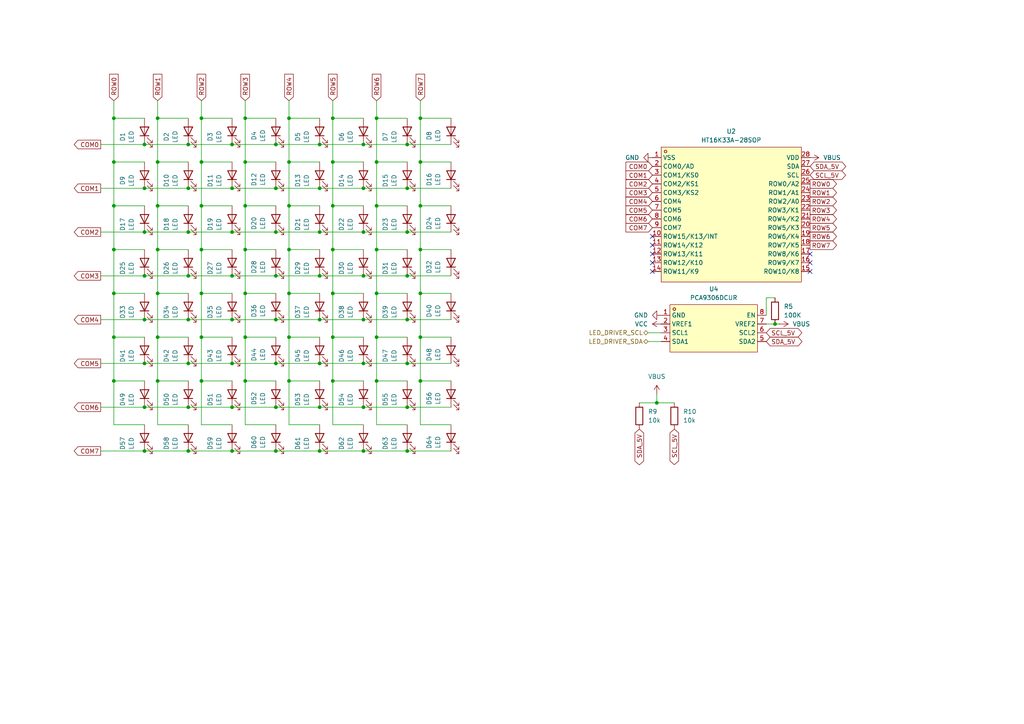
<source format=kicad_sch>
(kicad_sch (version 20250114) (generator "eeschema") (generator_version "9.0")
  (paper "A4")
  (lib_symbols
    (symbol "Device:LED" (pin_numbers (hide yes)) (pin_names (offset 1.016) (hide yes))
      (property "Reference" "D" (at 0 2.54 0))
      (property "Value" "LED" (at 0 -2.54 0))
      (symbol "LED_0_1"
        (polyline (pts (xy -3.048 -0.762) (xy -4.572 -2.286) (xy -3.81 -2.286) (xy -4.572 -2.286) (xy -4.572 -1.524)))
        (polyline (pts (xy -1.778 -0.762) (xy -3.302 -2.286) (xy -2.54 -2.286) (xy -3.302 -2.286) (xy -3.302 -1.524)))
        (polyline (pts (xy -1.27 0) (xy 1.27 0)))
        (polyline (pts (xy -1.27 -1.27) (xy -1.27 1.27)) (stroke (width 0.254)))
        (polyline (pts (xy 1.27 -1.27) (xy 1.27 1.27) (xy -1.27 0) (xy 1.27 -1.27)) (stroke (width 0.254)))
      )
      (symbol "LED_1_1"
        (pin passive line (at -3.81 0 0) (length 2.54) (name "K") (number "1"))
        (pin passive line (at 3.81 0 180) (length 2.54) (name "A") (number "2"))
      )
    )
    (symbol "Device:R" (pin_numbers (hide yes)) (pin_names (offset 0))
      (property "Reference" "R" (at 2.032 0 90))
      (property "Value" "R" (at 0 0 90))
      (symbol "R_0_1"
        (rectangle (start -1.016 -2.54) (end 1.016 2.54) (stroke (width 0.254)))
      )
      (symbol "R_1_1"
        (pin passive line (at 0 3.81 270) (length 1.27) (name "~") (number "1"))
        (pin passive line (at 0 -3.81 90) (length 1.27) (name "~") (number "2"))
      )
    )
    (symbol "EasyEDA:HT16K33A-28SOP"
      (property "Reference" "U2" (at 0 25.4 0))
      (property "Value" "HT16K33A-28SOP" (at 0 22.86 0))
      (symbol "HT16K33A-28SOP_0_1"
        (rectangle (start -20.32 20.83) (end 20.32 -18.29) (fill (type background)))
        (circle (center -19.05 19.56) (radius 0.38))
        (circle (center -19.05 19.56) (radius 0.38))
        (pin output line (at -22.86 12.7 0) (length 2.54) (name "COM1/KS0") (number "3"))
        (pin output line (at -22.86 10.16 0) (length 2.54) (name "COM2/KS1") (number "4"))
        (pin output line (at -22.86 7.62 0) (length 2.54) (name "COM3/KS2") (number "5"))
        (pin output line (at -22.86 5.08 0) (length 2.54) (name "COM4") (number "6"))
        (pin output line (at -22.86 2.54 0) (length 2.54) (name "COM5") (number "7"))
        (pin output line (at -22.86 0 0) (length 2.54) (name "COM6") (number "8"))
        (pin output line (at -22.86 -2.54 0) (length 2.54) (name "COM7") (number "9"))
        (pin output line (at -22.86 -5.08 0) (length 2.54) (name "ROW15/K13/INT") (number "10"))
        (pin output line (at -22.86 -7.62 0) (length 2.54) (name "ROW14/K12") (number "11"))
        (pin output line (at -22.86 -10.16 0) (length 2.54) (name "ROW13/K11") (number "12"))
        (pin output line (at -22.86 -12.7 0) (length 2.54) (name "ROW12/K10") (number "13"))
        (pin output line (at -22.86 -15.24 0) (length 2.54) (name "ROW11/K9") (number "14"))
        (pin bidirectional line (at 22.86 15.24 180) (length 2.54) (name "SDA") (number "27"))
        (pin bidirectional line (at 22.86 12.7 180) (length 2.54) (name "SCL") (number "26"))
        (pin output line (at 22.86 10.16 180) (length 2.54) (name "ROW0/A2") (number "25"))
        (pin output line (at 22.86 7.62 180) (length 2.54) (name "ROW1/A1") (number "24"))
        (pin output line (at 22.86 5.08 180) (length 2.54) (name "ROW2/A0") (number "23"))
        (pin output line (at 22.86 2.54 180) (length 2.54) (name "ROW3/K1") (number "22"))
        (pin output line (at 22.86 0 180) (length 2.54) (name "ROW4/K2") (number "21"))
        (pin output line (at 22.86 -2.54 180) (length 2.54) (name "ROW5/K3") (number "20"))
        (pin output line (at 22.86 -5.08 180) (length 2.54) (name "ROW6/K4") (number "19"))
        (pin output line (at 22.86 -7.62 180) (length 2.54) (name "ROW7/K5") (number "18"))
        (pin output line (at 22.86 -10.16 180) (length 2.54) (name "ROW8/K6") (number "17"))
        (pin output line (at 22.86 -12.7 180) (length 2.54) (name "ROW9/K7") (number "16"))
        (pin output line (at 22.86 -15.24 180) (length 2.54) (name "ROW10/K8") (number "15"))
      )
      (symbol "HT16K33A-28SOP_1_1"
        (pin power_in line (at -22.86 17.78 0) (length 2.54) (name "VSS") (number "1"))
        (pin output line (at -22.86 15.24 0) (length 2.54) (name "COM0/AD") (number "2"))
        (pin power_in line (at 22.86 17.78 180) (length 2.54) (name "VDD") (number "28"))
      )
    )
    (symbol "hackeriot_2025:PCA9306DCUR"
      (property "Reference" "U4" (at 0 11.43 0))
      (property "Value" "PCA9306DCUR" (at 0 8.89 0))
      (symbol "PCA9306DCUR_0_1"
        (rectangle (start -12.7 6.86) (end 12.7 -6.86) (fill (type background)))
        (circle (center -11.43 5.59) (radius 0.38))
        (circle (center -11.43 5.59) (radius 0.38))
        (pin power_in line (at -15.24 3.81 0) (length 2.54) (name "GND") (number "1"))
        (pin power_in line (at -15.24 1.27 0) (length 2.54) (name "VREF1") (number "2"))
        (pin bidirectional line (at -15.24 -1.27 0) (length 2.54) (name "SCL1") (number "3"))
        (pin bidirectional line (at -15.24 -3.81 0) (length 2.54) (name "SDA1") (number "4"))
        (pin input line (at 15.24 3.81 180) (length 2.54) (name "EN") (number "8"))
        (pin bidirectional line (at 15.24 -1.27 180) (length 2.54) (name "SCL2") (number "6"))
        (pin bidirectional line (at 15.24 -3.81 180) (length 2.54) (name "SDA2") (number "5"))
      )
      (symbol "PCA9306DCUR_1_1"
        (pin power_in line (at 15.24 1.27 180) (length 2.54) (name "VREF2") (number "7"))
      )
    )
    (symbol "power:GND" (power) (pin_numbers (hide yes)) (pin_names (offset 0) (hide yes))
      (property "Value" "GND" (at 0 -3.81 0))
      (symbol "GND_0_1"
        (polyline (pts (xy 0 0) (xy 0 -1.27) (xy 1.27 -1.27) (xy 0 -2.54) (xy -1.27 -1.27) (xy 0 -1.27)))
      )
      (symbol "GND_1_1"
        (pin power_in line (at 0 0 270) (length 0) (name "~") (number "1"))
      )
    )
    (symbol "power:VBUS" (power) (pin_numbers (hide yes)) (pin_names (offset 0) (hide yes))
      (property "Value" "VBUS" (at 0 3.556 0))
      (symbol "VBUS_0_1"
        (polyline (pts (xy -0.762 1.27) (xy 0 2.54)))
        (polyline (pts (xy 0 2.54) (xy 0.762 1.27)))
        (polyline (pts (xy 0 0) (xy 0 2.54)))
      )
      (symbol "VBUS_1_1"
        (pin power_in line (at 0 0 90) (length 0) (name "~") (number "1"))
      )
    )
    (symbol "power:VCC" (power) (pin_numbers (hide yes)) (pin_names (offset 0) (hide yes))
      (property "Value" "VCC" (at 0 3.556 0))
      (symbol "VCC_0_1"
        (polyline (pts (xy -0.762 1.27) (xy 0 2.54)))
        (polyline (pts (xy 0 2.54) (xy 0.762 1.27)))
        (polyline (pts (xy 0 0) (xy 0 2.54)))
      )
      (symbol "VCC_1_1"
        (pin power_in line (at 0 0 90) (length 0) (name "~") (number "1"))
      )
    )
  )
  (junction (at 96.52 110.49))
  (junction (at 121.92 85.09))
  (junction (at 33.02 72.39))
  (junction (at 224.79 93.98))
  (junction (at 67.31 92.71))
  (junction (at 96.52 46.99))
  (junction (at 105.41 67.31))
  (junction (at 58.42 97.79))
  (junction (at 121.92 72.39))
  (junction (at 109.22 110.49))
  (junction (at 118.11 118.11))
  (junction (at 45.72 59.69))
  (junction (at 33.02 97.79))
  (junction (at 71.12 34.29))
  (junction (at 80.01 92.71))
  (junction (at 96.52 72.39))
  (junction (at 105.41 130.81))
  (junction (at 109.22 34.29))
  (junction (at 41.91 118.11))
  (junction (at 41.91 41.91))
  (junction (at 83.82 72.39))
  (junction (at 71.12 72.39))
  (junction (at 92.71 130.81))
  (junction (at 96.52 34.29))
  (junction (at 118.11 92.71))
  (junction (at 121.92 110.49))
  (junction (at 33.02 110.49))
  (junction (at 80.01 80.01))
  (junction (at 121.92 46.99))
  (junction (at 71.12 59.69))
  (junction (at 121.92 97.79))
  (junction (at 105.41 105.41))
  (junction (at 105.41 92.71))
  (junction (at 41.91 92.71))
  (junction (at 54.61 130.81))
  (junction (at 83.82 85.09))
  (junction (at 92.71 105.41))
  (junction (at 71.12 46.99))
  (junction (at 54.61 54.61))
  (junction (at 80.01 54.61))
  (junction (at 118.11 130.81))
  (junction (at 45.72 97.79))
  (junction (at 67.31 67.31))
  (junction (at 109.22 59.69))
  (junction (at 58.42 85.09))
  (junction (at 92.71 67.31))
  (junction (at 67.31 54.61))
  (junction (at 41.91 54.61))
  (junction (at 80.01 41.91))
  (junction (at 105.41 118.11))
  (junction (at 58.42 110.49))
  (junction (at 105.41 80.01))
  (junction (at 83.82 34.29))
  (junction (at 96.52 59.69))
  (junction (at 54.61 80.01))
  (junction (at 41.91 105.41))
  (junction (at 83.82 110.49))
  (junction (at 118.11 80.01))
  (junction (at 58.42 46.99))
  (junction (at 83.82 59.69))
  (junction (at 96.52 97.79))
  (junction (at 105.41 41.91))
  (junction (at 190.5 116.84))
  (junction (at 92.71 118.11))
  (junction (at 92.71 54.61))
  (junction (at 118.11 105.41))
  (junction (at 83.82 46.99))
  (junction (at 71.12 110.49))
  (junction (at 71.12 85.09))
  (junction (at 41.91 67.31))
  (junction (at 54.61 118.11))
  (junction (at 45.72 46.99))
  (junction (at 109.22 97.79))
  (junction (at 96.52 85.09))
  (junction (at 58.42 34.29))
  (junction (at 54.61 41.91))
  (junction (at 118.11 54.61))
  (junction (at 83.82 97.79))
  (junction (at 121.92 34.29))
  (junction (at 121.92 59.69))
  (junction (at 67.31 41.91))
  (junction (at 33.02 46.99))
  (junction (at 92.71 41.91))
  (junction (at 118.11 67.31))
  (junction (at 33.02 34.29))
  (junction (at 45.72 85.09))
  (junction (at 45.72 110.49))
  (junction (at 80.01 67.31))
  (junction (at 67.31 118.11))
  (junction (at 109.22 85.09))
  (junction (at 92.71 92.71))
  (junction (at 33.02 85.09))
  (junction (at 118.11 41.91))
  (junction (at 67.31 105.41))
  (junction (at 67.31 80.01))
  (junction (at 109.22 46.99))
  (junction (at 109.22 72.39))
  (junction (at 45.72 34.29))
  (junction (at 33.02 59.69))
  (junction (at 71.12 97.79))
  (junction (at 105.41 54.61))
  (junction (at 54.61 92.71))
  (junction (at 58.42 59.69))
  (junction (at 80.01 118.11))
  (junction (at 41.91 80.01))
  (junction (at 67.31 130.81))
  (junction (at 45.72 72.39))
  (junction (at 41.91 130.81))
  (junction (at 92.71 80.01))
  (junction (at 58.42 72.39))
  (junction (at 80.01 105.41))
  (junction (at 54.61 105.41))
  (junction (at 54.61 67.31))
  (junction (at 80.01 130.81))
  (no_connect (at 234.95 73.66))
  (no_connect (at 189.23 78.74))
  (no_connect (at 234.95 78.74))
  (no_connect (at 189.23 71.12))
  (no_connect (at 189.23 68.58))
  (no_connect (at 189.23 76.2))
  (no_connect (at 189.23 73.66))
  (no_connect (at 234.95 76.2))
  (wire (pts (xy 121.92 72.39) (xy 121.92 85.09)))
  (wire (pts (xy 71.12 110.49) (xy 80.01 110.49)))
  (wire (pts (xy 83.82 59.69) (xy 83.82 72.39)))
  (wire (pts (xy 121.92 34.29) (xy 130.81 34.29)))
  (wire (pts (xy 29.21 41.91) (xy 41.91 41.91)))
  (wire (pts (xy 71.12 123.19) (xy 80.01 123.19)))
  (wire (pts (xy 109.22 29.21) (xy 109.22 34.29)))
  (wire (pts (xy 29.21 54.61) (xy 41.91 54.61)))
  (wire (pts (xy 83.82 97.79) (xy 83.82 110.49)))
  (wire (pts (xy 80.01 80.01) (xy 92.71 80.01)))
  (wire (pts (xy 33.02 72.39) (xy 33.02 85.09)))
  (wire (pts (xy 58.42 29.21) (xy 58.42 34.29)))
  (wire (pts (xy 33.02 59.69) (xy 33.02 72.39)))
  (wire (pts (xy 83.82 34.29) (xy 83.82 46.99)))
  (wire (pts (xy 96.52 97.79) (xy 105.41 97.79)))
  (wire (pts (xy 109.22 85.09) (xy 109.22 97.79)))
  (wire (pts (xy 185.42 116.84) (xy 190.5 116.84)))
  (wire (pts (xy 83.82 85.09) (xy 83.82 97.79)))
  (wire (pts (xy 96.52 72.39) (xy 96.52 85.09)))
  (wire (pts (xy 54.61 92.71) (xy 67.31 92.71)))
  (wire (pts (xy 71.12 46.99) (xy 80.01 46.99)))
  (wire (pts (xy 45.72 34.29) (xy 45.72 46.99)))
  (wire (pts (xy 45.72 85.09) (xy 54.61 85.09)))
  (wire (pts (xy 71.12 29.21) (xy 71.12 34.29)))
  (wire (pts (xy 121.92 59.69) (xy 121.92 72.39)))
  (wire (pts (xy 33.02 97.79) (xy 33.02 110.49)))
  (wire (pts (xy 80.01 130.81) (xy 92.71 130.81)))
  (wire (pts (xy 58.42 110.49) (xy 67.31 110.49)))
  (wire (pts (xy 71.12 110.49) (xy 71.12 123.19)))
  (wire (pts (xy 109.22 46.99) (xy 109.22 59.69)))
  (wire (pts (xy 83.82 110.49) (xy 92.71 110.49)))
  (wire (pts (xy 54.61 130.81) (xy 67.31 130.81)))
  (wire (pts (xy 96.52 110.49) (xy 96.52 123.19)))
  (wire (pts (xy 58.42 72.39) (xy 67.31 72.39)))
  (wire (pts (xy 118.11 118.11) (xy 130.81 118.11)))
  (wire (pts (xy 96.52 110.49) (xy 105.41 110.49)))
  (wire (pts (xy 96.52 97.79) (xy 96.52 110.49)))
  (wire (pts (xy 67.31 118.11) (xy 80.01 118.11)))
  (wire (pts (xy 109.22 72.39) (xy 118.11 72.39)))
  (wire (pts (xy 105.41 130.81) (xy 118.11 130.81)))
  (wire (pts (xy 33.02 34.29) (xy 33.02 46.99)))
  (wire (pts (xy 105.41 41.91) (xy 118.11 41.91)))
  (wire (pts (xy 58.42 46.99) (xy 58.42 59.69)))
  (wire (pts (xy 109.22 46.99) (xy 118.11 46.99)))
  (wire (pts (xy 45.72 46.99) (xy 45.72 59.69)))
  (wire (pts (xy 83.82 46.99) (xy 92.71 46.99)))
  (wire (pts (xy 58.42 34.29) (xy 58.42 46.99)))
  (wire (pts (xy 33.02 34.29) (xy 41.91 34.29)))
  (wire (pts (xy 67.31 105.41) (xy 80.01 105.41)))
  (wire (pts (xy 121.92 72.39) (xy 130.81 72.39)))
  (wire (pts (xy 58.42 46.99) (xy 67.31 46.99)))
  (wire (pts (xy 105.41 105.41) (xy 118.11 105.41)))
  (wire (pts (xy 33.02 46.99) (xy 41.91 46.99)))
  (wire (pts (xy 96.52 46.99) (xy 96.52 59.69)))
  (wire (pts (xy 121.92 29.21) (xy 121.92 34.29)))
  (wire (pts (xy 67.31 80.01) (xy 80.01 80.01)))
  (wire (pts (xy 71.12 46.99) (xy 71.12 59.69)))
  (wire (pts (xy 109.22 97.79) (xy 118.11 97.79)))
  (wire (pts (xy 109.22 34.29) (xy 118.11 34.29)))
  (wire (pts (xy 33.02 85.09) (xy 33.02 97.79)))
  (wire (pts (xy 45.72 85.09) (xy 45.72 97.79)))
  (wire (pts (xy 71.12 34.29) (xy 80.01 34.29)))
  (wire (pts (xy 105.41 80.01) (xy 118.11 80.01)))
  (wire (pts (xy 33.02 59.69) (xy 41.91 59.69)))
  (wire (pts (xy 83.82 72.39) (xy 83.82 85.09)))
  (wire (pts (xy 109.22 59.69) (xy 109.22 72.39)))
  (wire (pts (xy 92.71 67.31) (xy 105.41 67.31)))
  (wire (pts (xy 33.02 29.21) (xy 33.02 34.29)))
  (wire (pts (xy 58.42 97.79) (xy 58.42 110.49)))
  (wire (pts (xy 29.21 105.41) (xy 41.91 105.41)))
  (wire (pts (xy 96.52 46.99) (xy 105.41 46.99)))
  (wire (pts (xy 33.02 46.99) (xy 33.02 59.69)))
  (wire (pts (xy 71.12 34.29) (xy 71.12 46.99)))
  (wire (pts (xy 54.61 41.91) (xy 67.31 41.91)))
  (wire (pts (xy 96.52 59.69) (xy 96.52 72.39)))
  (wire (pts (xy 187.96 99.06) (xy 191.77 99.06)))
  (wire (pts (xy 71.12 97.79) (xy 80.01 97.79)))
  (wire (pts (xy 222.25 86.36) (xy 224.79 86.36)))
  (wire (pts (xy 96.52 72.39) (xy 105.41 72.39)))
  (wire (pts (xy 190.5 116.84) (xy 195.58 116.84)))
  (wire (pts (xy 80.01 41.91) (xy 92.71 41.91)))
  (wire (pts (xy 71.12 72.39) (xy 71.12 85.09)))
  (wire (pts (xy 109.22 110.49) (xy 109.22 123.19)))
  (wire (pts (xy 58.42 123.19) (xy 67.31 123.19)))
  (wire (pts (xy 190.5 116.84) (xy 190.5 114.3)))
  (wire (pts (xy 45.72 97.79) (xy 45.72 110.49)))
  (wire (pts (xy 80.01 118.11) (xy 92.71 118.11)))
  (wire (pts (xy 58.42 72.39) (xy 58.42 85.09)))
  (wire (pts (xy 109.22 110.49) (xy 118.11 110.49)))
  (wire (pts (xy 45.72 46.99) (xy 54.61 46.99)))
  (wire (pts (xy 80.01 105.41) (xy 92.71 105.41)))
  (wire (pts (xy 121.92 110.49) (xy 121.92 123.19)))
  (wire (pts (xy 83.82 97.79) (xy 92.71 97.79)))
  (wire (pts (xy 187.96 96.52) (xy 191.77 96.52)))
  (wire (pts (xy 45.72 59.69) (xy 45.72 72.39)))
  (wire (pts (xy 41.91 80.01) (xy 54.61 80.01)))
  (wire (pts (xy 45.72 110.49) (xy 45.72 123.19)))
  (wire (pts (xy 96.52 85.09) (xy 96.52 97.79)))
  (wire (pts (xy 33.02 85.09) (xy 41.91 85.09)))
  (wire (pts (xy 121.92 85.09) (xy 121.92 97.79)))
  (wire (pts (xy 71.12 97.79) (xy 71.12 110.49)))
  (wire (pts (xy 105.41 92.71) (xy 118.11 92.71)))
  (wire (pts (xy 121.92 46.99) (xy 130.81 46.99)))
  (wire (pts (xy 83.82 29.21) (xy 83.82 34.29)))
  (wire (pts (xy 58.42 85.09) (xy 67.31 85.09)))
  (wire (pts (xy 41.91 130.81) (xy 54.61 130.81)))
  (wire (pts (xy 29.21 80.01) (xy 41.91 80.01)))
  (wire (pts (xy 105.41 67.31) (xy 118.11 67.31)))
  (wire (pts (xy 67.31 130.81) (xy 80.01 130.81)))
  (wire (pts (xy 54.61 118.11) (xy 67.31 118.11)))
  (wire (pts (xy 222.25 93.98) (xy 224.79 93.98)))
  (wire (pts (xy 45.72 110.49) (xy 54.61 110.49)))
  (wire (pts (xy 96.52 85.09) (xy 105.41 85.09)))
  (wire (pts (xy 29.21 92.71) (xy 41.91 92.71)))
  (wire (pts (xy 96.52 29.21) (xy 96.52 34.29)))
  (wire (pts (xy 92.71 41.91) (xy 105.41 41.91)))
  (wire (pts (xy 121.92 97.79) (xy 130.81 97.79)))
  (wire (pts (xy 118.11 80.01) (xy 130.81 80.01)))
  (wire (pts (xy 41.91 67.31) (xy 54.61 67.31)))
  (wire (pts (xy 83.82 59.69) (xy 92.71 59.69)))
  (wire (pts (xy 45.72 97.79) (xy 54.61 97.79)))
  (wire (pts (xy 92.71 118.11) (xy 105.41 118.11)))
  (wire (pts (xy 41.91 105.41) (xy 54.61 105.41)))
  (wire (pts (xy 121.92 59.69) (xy 130.81 59.69)))
  (wire (pts (xy 67.31 67.31) (xy 80.01 67.31)))
  (wire (pts (xy 92.71 92.71) (xy 105.41 92.71)))
  (wire (pts (xy 83.82 34.29) (xy 92.71 34.29)))
  (wire (pts (xy 41.91 41.91) (xy 54.61 41.91)))
  (wire (pts (xy 121.92 46.99) (xy 121.92 59.69)))
  (wire (pts (xy 71.12 85.09) (xy 80.01 85.09)))
  (wire (pts (xy 80.01 54.61) (xy 92.71 54.61)))
  (wire (pts (xy 67.31 54.61) (xy 80.01 54.61)))
  (wire (pts (xy 33.02 123.19) (xy 41.91 123.19)))
  (wire (pts (xy 41.91 92.71) (xy 54.61 92.71)))
  (wire (pts (xy 33.02 110.49) (xy 41.91 110.49)))
  (wire (pts (xy 109.22 34.29) (xy 109.22 46.99)))
  (wire (pts (xy 45.72 72.39) (xy 45.72 85.09)))
  (wire (pts (xy 41.91 54.61) (xy 54.61 54.61)))
  (wire (pts (xy 109.22 85.09) (xy 118.11 85.09)))
  (wire (pts (xy 58.42 110.49) (xy 58.42 123.19)))
  (wire (pts (xy 121.92 97.79) (xy 121.92 110.49)))
  (wire (pts (xy 71.12 85.09) (xy 71.12 97.79)))
  (wire (pts (xy 92.71 80.01) (xy 105.41 80.01)))
  (wire (pts (xy 96.52 34.29) (xy 105.41 34.29)))
  (wire (pts (xy 96.52 59.69) (xy 105.41 59.69)))
  (wire (pts (xy 41.91 118.11) (xy 54.61 118.11)))
  (wire (pts (xy 96.52 123.19) (xy 105.41 123.19)))
  (wire (pts (xy 121.92 110.49) (xy 130.81 110.49)))
  (wire (pts (xy 92.71 130.81) (xy 105.41 130.81)))
  (wire (pts (xy 58.42 59.69) (xy 58.42 72.39)))
  (wire (pts (xy 45.72 29.21) (xy 45.72 34.29)))
  (wire (pts (xy 58.42 97.79) (xy 67.31 97.79)))
  (wire (pts (xy 83.82 123.19) (xy 92.71 123.19)))
  (wire (pts (xy 45.72 72.39) (xy 54.61 72.39)))
  (wire (pts (xy 29.21 118.11) (xy 41.91 118.11)))
  (wire (pts (xy 83.82 110.49) (xy 83.82 123.19)))
  (wire (pts (xy 45.72 59.69) (xy 54.61 59.69)))
  (wire (pts (xy 118.11 54.61) (xy 130.81 54.61)))
  (wire (pts (xy 80.01 92.71) (xy 92.71 92.71)))
  (wire (pts (xy 83.82 72.39) (xy 92.71 72.39)))
  (wire (pts (xy 105.41 118.11) (xy 118.11 118.11)))
  (wire (pts (xy 33.02 97.79) (xy 41.91 97.79)))
  (wire (pts (xy 33.02 72.39) (xy 41.91 72.39)))
  (wire (pts (xy 118.11 92.71) (xy 130.81 92.71)))
  (wire (pts (xy 109.22 97.79) (xy 109.22 110.49)))
  (wire (pts (xy 58.42 59.69) (xy 67.31 59.69)))
  (wire (pts (xy 71.12 59.69) (xy 80.01 59.69)))
  (wire (pts (xy 54.61 80.01) (xy 67.31 80.01)))
  (wire (pts (xy 58.42 85.09) (xy 58.42 97.79)))
  (wire (pts (xy 109.22 59.69) (xy 118.11 59.69)))
  (wire (pts (xy 118.11 105.41) (xy 130.81 105.41)))
  (wire (pts (xy 80.01 67.31) (xy 92.71 67.31)))
  (wire (pts (xy 71.12 72.39) (xy 80.01 72.39)))
  (wire (pts (xy 121.92 123.19) (xy 130.81 123.19)))
  (wire (pts (xy 109.22 72.39) (xy 109.22 85.09)))
  (wire (pts (xy 92.71 105.41) (xy 105.41 105.41)))
  (wire (pts (xy 58.42 34.29) (xy 67.31 34.29)))
  (wire (pts (xy 118.11 41.91) (xy 130.81 41.91)))
  (wire (pts (xy 83.82 46.99) (xy 83.82 59.69)))
  (wire (pts (xy 67.31 92.71) (xy 80.01 92.71)))
  (wire (pts (xy 118.11 130.81) (xy 130.81 130.81)))
  (wire (pts (xy 67.31 41.91) (xy 80.01 41.91)))
  (wire (pts (xy 92.71 54.61) (xy 105.41 54.61)))
  (wire (pts (xy 224.79 93.98) (xy 226.06 93.98)))
  (wire (pts (xy 54.61 105.41) (xy 67.31 105.41)))
  (wire (pts (xy 96.52 34.29) (xy 96.52 46.99)))
  (wire (pts (xy 118.11 67.31) (xy 130.81 67.31)))
  (wire (pts (xy 109.22 123.19) (xy 118.11 123.19)))
  (wire (pts (xy 54.61 54.61) (xy 67.31 54.61)))
  (wire (pts (xy 121.92 85.09) (xy 130.81 85.09)))
  (wire (pts (xy 71.12 59.69) (xy 71.12 72.39)))
  (wire (pts (xy 45.72 123.19) (xy 54.61 123.19)))
  (wire (pts (xy 83.82 85.09) (xy 92.71 85.09)))
  (wire (pts (xy 121.92 34.29) (xy 121.92 46.99)))
  (wire (pts (xy 45.72 34.29) (xy 54.61 34.29)))
  (wire (pts (xy 54.61 67.31) (xy 67.31 67.31)))
  (wire (pts (xy 33.02 110.49) (xy 33.02 123.19)))
  (wire (pts (xy 29.21 67.31) (xy 41.91 67.31)))
  (wire (pts (xy 222.25 91.44) (xy 222.25 86.36)))
  (wire (pts (xy 105.41 54.61) (xy 118.11 54.61)))
  (wire (pts (xy 29.21 130.81) (xy 41.91 130.81)))
  (global_label "ROW5" (shape input) (at 96.52 29.21 90) (property "Intersheetrefs" "${INTERSHEET_REFS}" (effects (hide yes))))
  (global_label "ROW3" (shape output) (at 234.95 60.96 0) (property "Intersheetrefs" "${INTERSHEET_REFS}" (effects (hide yes))))
  (global_label "COM3" (shape output) (at 29.21 80.01 180) (property "Intersheetrefs" "${INTERSHEET_REFS}" (effects (hide yes))))
  (global_label "SDA_5V" (shape bidirectional) (at 222.25 99.06 0) (property "Intersheetrefs" "${INTERSHEET_REFS}" (effects (hide yes))))
  (global_label "ROW4" (shape input) (at 83.82 29.21 90) (property "Intersheetrefs" "${INTERSHEET_REFS}" (effects (hide yes))))
  (global_label "ROW3" (shape input) (at 71.12 29.21 90) (property "Intersheetrefs" "${INTERSHEET_REFS}" (effects (hide yes))))
  (global_label "ROW7" (shape input) (at 121.92 29.21 90) (property "Intersheetrefs" "${INTERSHEET_REFS}" (effects (hide yes))))
  (global_label "COM4" (shape output) (at 29.21 92.71 180) (property "Intersheetrefs" "${INTERSHEET_REFS}" (effects (hide yes))))
  (global_label "ROW0" (shape input) (at 33.02 29.21 90) (property "Intersheetrefs" "${INTERSHEET_REFS}" (effects (hide yes))))
  (global_label "COM5" (shape input) (at 189.23 60.96 180) (property "Intersheetrefs" "${INTERSHEET_REFS}" (effects (hide yes))))
  (global_label "ROW2" (shape output) (at 234.95 58.42 0) (property "Intersheetrefs" "${INTERSHEET_REFS}" (effects (hide yes))))
  (global_label "COM4" (shape input) (at 189.23 58.42 180) (property "Intersheetrefs" "${INTERSHEET_REFS}" (effects (hide yes))))
  (global_label "COM2" (shape input) (at 189.23 53.34 180) (property "Intersheetrefs" "${INTERSHEET_REFS}" (effects (hide yes))))
  (global_label "COM0" (shape output) (at 29.21 41.91 180) (property "Intersheetrefs" "${INTERSHEET_REFS}" (effects (hide yes))))
  (global_label "ROW5" (shape output) (at 234.95 66.04 0) (property "Intersheetrefs" "${INTERSHEET_REFS}" (effects (hide yes))))
  (global_label "SCL_5V" (shape bidirectional) (at 234.95 50.8 0) (property "Intersheetrefs" "${INTERSHEET_REFS}" (effects (hide yes))))
  (global_label "COM6" (shape output) (at 29.21 118.11 180) (property "Intersheetrefs" "${INTERSHEET_REFS}" (effects (hide yes))))
  (global_label "SCL_5V" (shape bidirectional) (at 195.58 124.46 270) (property "Intersheetrefs" "${INTERSHEET_REFS}" (effects (hide yes))))
  (global_label "SCL_5V" (shape bidirectional) (at 222.25 96.52 0) (property "Intersheetrefs" "${INTERSHEET_REFS}" (effects (hide yes))))
  (global_label "ROW1" (shape output) (at 234.95 55.88 0) (property "Intersheetrefs" "${INTERSHEET_REFS}" (effects (hide yes))))
  (global_label "ROW4" (shape output) (at 234.95 63.5 0) (property "Intersheetrefs" "${INTERSHEET_REFS}" (effects (hide yes))))
  (global_label "COM1" (shape output) (at 29.21 54.61 180) (property "Intersheetrefs" "${INTERSHEET_REFS}" (effects (hide yes))))
  (global_label "COM7" (shape output) (at 29.21 130.81 180) (property "Intersheetrefs" "${INTERSHEET_REFS}" (effects (hide yes))))
  (global_label "COM5" (shape output) (at 29.21 105.41 180) (property "Intersheetrefs" "${INTERSHEET_REFS}" (effects (hide yes))))
  (global_label "COM7" (shape input) (at 189.23 66.04 180) (property "Intersheetrefs" "${INTERSHEET_REFS}" (effects (hide yes))))
  (global_label "COM6" (shape input) (at 189.23 63.5 180) (property "Intersheetrefs" "${INTERSHEET_REFS}" (effects (hide yes))))
  (global_label "COM0" (shape input) (at 189.23 48.26 180) (property "Intersheetrefs" "${INTERSHEET_REFS}" (effects (hide yes))))
  (global_label "COM2" (shape output) (at 29.21 67.31 180) (property "Intersheetrefs" "${INTERSHEET_REFS}" (effects (hide yes))))
  (global_label "ROW1" (shape input) (at 45.72 29.21 90) (property "Intersheetrefs" "${INTERSHEET_REFS}" (effects (hide yes))))
  (global_label "ROW6" (shape input) (at 109.22 29.21 90) (property "Intersheetrefs" "${INTERSHEET_REFS}" (effects (hide yes))))
  (global_label "ROW2" (shape input) (at 58.42 29.21 90) (property "Intersheetrefs" "${INTERSHEET_REFS}" (effects (hide yes))))
  (global_label "ROW7" (shape output) (at 234.95 71.12 0) (property "Intersheetrefs" "${INTERSHEET_REFS}" (effects (hide yes))))
  (global_label "SDA_5V" (shape bidirectional) (at 185.42 124.46 270) (property "Intersheetrefs" "${INTERSHEET_REFS}" (effects (hide yes))))
  (global_label "ROW0" (shape output) (at 234.95 53.34 0) (property "Intersheetrefs" "${INTERSHEET_REFS}" (effects (hide yes))))
  (global_label "ROW6" (shape output) (at 234.95 68.58 0) (property "Intersheetrefs" "${INTERSHEET_REFS}" (effects (hide yes))))
  (global_label "SDA_5V" (shape bidirectional) (at 234.95 48.26 0) (property "Intersheetrefs" "${INTERSHEET_REFS}" (effects (hide yes))))
  (global_label "COM3" (shape input) (at 189.23 55.88 180) (property "Intersheetrefs" "${INTERSHEET_REFS}" (effects (hide yes))))
  (global_label "COM1" (shape input) (at 189.23 50.8 180) (property "Intersheetrefs" "${INTERSHEET_REFS}" (effects (hide yes))))
  (hierarchical_label "LED_DRIVER_SDA" (shape bidirectional) (at 187.96 99.06 180))
  (hierarchical_label "LED_DRIVER_SCL" (shape bidirectional) (at 187.96 96.52 180))
  (symbol (lib_id "Device:LED") (at 130.81 88.9 90) (unit 1)
    (property "Reference" "D40" (at 124.46 90.17 0))
    (property "Value" "LED" (at 127 90.17 0))
    (property "Footprint" "LED_SMD:LED_0805_2012Metric_Pad1.15x1.40mm_HandSolder" (effects (hide yes)))
    (property "Description" "Light emitting diode" (effects (hide yes)))
    (property "Sim.Pins" "1=K 2=A" (effects (hide yes)))
  )
  (symbol (lib_id "Device:LED") (at 118.11 127 90) (unit 1)
    (property "Reference" "D63" (at 111.76 128.5875 0))
    (property "Value" "LED" (at 114.3 128.5875 0))
    (property "Footprint" "LED_SMD:LED_0805_2012Metric_Pad1.15x1.40mm_HandSolder" (effects (hide yes)))
    (property "Description" "Light emitting diode" (effects (hide yes)))
    (property "Sim.Pins" "1=K 2=A" (effects (hide yes)))
  )
  (symbol (lib_id "Device:LED") (at 92.71 50.8 90) (unit 1)
    (property "Reference" "D13" (at 86.36 52.3875 0))
    (property "Value" "LED" (at 88.9 52.3875 0))
    (property "Footprint" "LED_SMD:LED_0805_2012Metric_Pad1.15x1.40mm_HandSolder" (effects (hide yes)))
    (property "Description" "Light emitting diode" (effects (hide yes)))
    (property "Sim.Pins" "1=K 2=A" (effects (hide yes)))
  )
  (symbol (lib_id "Device:LED") (at 105.41 76.2 90) (unit 1)
    (property "Reference" "D30" (at 99.06 77.7875 0))
    (property "Value" "LED" (at 101.6 77.7875 0))
    (property "Footprint" "LED_SMD:LED_0805_2012Metric_Pad1.15x1.40mm_HandSolder" (effects (hide yes)))
    (property "Description" "Light emitting diode" (effects (hide yes)))
    (property "Sim.Pins" "1=K 2=A" (effects (hide yes)))
  )
  (symbol (lib_id "Device:LED") (at 54.61 63.5 90) (unit 1)
    (property "Reference" "D18" (at 48.26 65.0875 0))
    (property "Value" "LED" (at 50.8 65.0875 0))
    (property "Footprint" "LED_SMD:LED_0805_2012Metric_Pad1.15x1.40mm_HandSolder" (effects (hide yes)))
    (property "Description" "Light emitting diode" (effects (hide yes)))
    (property "Sim.Pins" "1=K 2=A" (effects (hide yes)))
  )
  (symbol (lib_id "Device:LED") (at 67.31 101.6 90) (unit 1)
    (property "Reference" "D43" (at 60.96 103.1875 0))
    (property "Value" "LED" (at 63.5 103.1875 0))
    (property "Footprint" "LED_SMD:LED_0805_2012Metric_Pad1.15x1.40mm_HandSolder" (effects (hide yes)))
    (property "Description" "Light emitting diode" (effects (hide yes)))
    (property "Sim.Pins" "1=K 2=A" (effects (hide yes)))
  )
  (symbol (lib_id "Device:LED") (at 105.41 38.1 90) (unit 1)
    (property "Reference" "D6" (at 99.06 39.6875 0))
    (property "Value" "LED" (at 101.6 39.6875 0))
    (property "Footprint" "LED_SMD:LED_0805_2012Metric_Pad1.15x1.40mm_HandSolder" (effects (hide yes)))
    (property "Description" "Light emitting diode" (effects (hide yes)))
    (property "Sim.Pins" "1=K 2=A" (effects (hide yes)))
  )
  (symbol (lib_id "Device:LED") (at 80.01 63.5 90) (unit 1)
    (property "Reference" "D20" (at 73.66 64.77 0))
    (property "Value" "LED" (at 76.2 64.77 0))
    (property "Footprint" "LED_SMD:LED_0805_2012Metric_Pad1.15x1.40mm_HandSolder" (effects (hide yes)))
    (property "Description" "Light emitting diode" (effects (hide yes)))
    (property "Sim.Pins" "1=K 2=A" (effects (hide yes)))
  )
  (symbol (lib_id "Device:LED") (at 54.61 101.6 90) (unit 1)
    (property "Reference" "D42" (at 48.26 103.1875 0))
    (property "Value" "LED" (at 50.8 103.1875 0))
    (property "Footprint" "LED_SMD:LED_0805_2012Metric_Pad1.15x1.40mm_HandSolder" (effects (hide yes)))
    (property "Description" "Light emitting diode" (effects (hide yes)))
    (property "Sim.Pins" "1=K 2=A" (effects (hide yes)))
  )
  (symbol (lib_id "Device:LED") (at 80.01 114.3 90) (unit 1)
    (property "Reference" "D52" (at 73.66 115.57 0))
    (property "Value" "LED" (at 76.2 115.57 0))
    (property "Footprint" "LED_SMD:LED_0805_2012Metric_Pad1.15x1.40mm_HandSolder" (effects (hide yes)))
    (property "Description" "Light emitting diode" (effects (hide yes)))
    (property "Sim.Pins" "1=K 2=A" (effects (hide yes)))
  )
  (symbol (lib_id "EasyEDA:HT16K33A-28SOP") (at 212.09 63.5 0) (unit 1)
    (property "Reference" "U2" (at 212.09 38.1 0))
    (property "Value" "HT16K33A-28SOP" (at 212.09 40.64 0))
    (property "Footprint" "hackeriot_2025:SOP-28_L17.9-W7.5-P1.27-LS10.3-BL" (effects (hide yes)))
    (property "MPN" "C5444737" (effects (hide yes)))
    (property "LCSC Part" "C5444737" (effects (hide yes)))
  )
  (symbol (lib_id "Device:LED") (at 105.41 127 90) (unit 1)
    (property "Reference" "D62" (at 99.06 128.5875 0))
    (property "Value" "LED" (at 101.6 128.5875 0))
    (property "Footprint" "LED_SMD:LED_0805_2012Metric_Pad1.15x1.40mm_HandSolder" (effects (hide yes)))
    (property "Description" "Light emitting diode" (effects (hide yes)))
    (property "Sim.Pins" "1=K 2=A" (effects (hide yes)))
  )
  (symbol (lib_id "Device:LED") (at 130.81 114.3 90) (unit 1)
    (property "Reference" "D56" (at 124.46 115.57 0))
    (property "Value" "LED" (at 127 115.57 0))
    (property "Footprint" "LED_SMD:LED_0805_2012Metric_Pad1.15x1.40mm_HandSolder" (effects (hide yes)))
    (property "Description" "Light emitting diode" (effects (hide yes)))
    (property "Sim.Pins" "1=K 2=A" (effects (hide yes)))
  )
  (symbol (lib_id "Device:LED") (at 41.91 50.8 90) (unit 1)
    (property "Reference" "D9" (at 35.56 52.3875 0))
    (property "Value" "LED" (at 38.1 52.3875 0))
    (property "Footprint" "LED_SMD:LED_0805_2012Metric_Pad1.15x1.40mm_HandSolder" (effects (hide yes)))
    (property "Description" "Light emitting diode" (effects (hide yes)))
    (property "Sim.Pins" "1=K 2=A" (effects (hide yes)))
  )
  (symbol (lib_id "Device:LED") (at 92.71 76.2 90) (unit 1)
    (property "Reference" "D29" (at 86.36 77.7875 0))
    (property "Value" "LED" (at 88.9 77.7875 0))
    (property "Footprint" "LED_SMD:LED_0805_2012Metric_Pad1.15x1.40mm_HandSolder" (effects (hide yes)))
    (property "Description" "Light emitting diode" (effects (hide yes)))
    (property "Sim.Pins" "1=K 2=A" (effects (hide yes)))
  )
  (symbol (lib_id "Device:LED") (at 92.71 38.1 90) (unit 1)
    (property "Reference" "D5" (at 86.36 39.6875 0))
    (property "Value" "LED" (at 88.9 39.6875 0))
    (property "Footprint" "LED_SMD:LED_0805_2012Metric_Pad1.15x1.40mm_HandSolder" (effects (hide yes)))
    (property "Description" "Light emitting diode" (effects (hide yes)))
    (property "Sim.Pins" "1=K 2=A" (effects (hide yes)))
  )
  (symbol (lib_id "Device:LED") (at 105.41 63.5 90) (unit 1)
    (property "Reference" "D22" (at 99.06 65.0875 0))
    (property "Value" "LED" (at 101.6 65.0875 0))
    (property "Footprint" "LED_SMD:LED_0805_2012Metric_Pad1.15x1.40mm_HandSolder" (effects (hide yes)))
    (property "Description" "Light emitting diode" (effects (hide yes)))
    (property "Sim.Pins" "1=K 2=A" (effects (hide yes)))
  )
  (symbol (lib_id "power:VCC") (at 191.77 93.98 90) (unit 1)
    (property "Reference" "#PWR029" (effects (hide yes)))
    (property "Value" "VCC" (at 187.96 93.9799 90) (effects (justify left)))
    (property "Description" "Power symbol creates a global label with name \"VCC\"" (effects (hide yes)))
  )
  (symbol (lib_id "Device:LED") (at 118.11 50.8 90) (unit 1)
    (property "Reference" "D15" (at 111.76 52.3875 0))
    (property "Value" "LED" (at 114.3 52.3875 0))
    (property "Footprint" "LED_SMD:LED_0805_2012Metric_Pad1.15x1.40mm_HandSolder" (effects (hide yes)))
    (property "Description" "Light emitting diode" (effects (hide yes)))
    (property "Sim.Pins" "1=K 2=A" (effects (hide yes)))
  )
  (symbol (lib_id "hackeriot_2025:PCA9306DCUR") (at 207.01 95.25 0) (unit 1)
    (property "Reference" "U4" (at 207.01 83.82 0))
    (property "Value" "PCA9306DCUR" (at 207.01 86.36 0))
    (property "Footprint" "hackeriot_2025:SSOP-8_L2.0-W2.3-P0.50-LS3.1-BR" (effects (hide yes)))
    (property "Datasheet" "https://lcsc.com/product-detail/Interface-ICs_TI_PCA9306DCUR_PCA9306DCUR_C33196.html" (effects (hide yes)))
    (property "MPN" "C33196" (effects (hide yes)))
  )
  (symbol (lib_id "Device:LED") (at 130.81 76.2 90) (unit 1)
    (property "Reference" "D32" (at 124.46 77.47 0))
    (property "Value" "LED" (at 127 77.47 0))
    (property "Footprint" "LED_SMD:LED_0805_2012Metric_Pad1.15x1.40mm_HandSolder" (effects (hide yes)))
    (property "Description" "Light emitting diode" (effects (hide yes)))
    (property "Sim.Pins" "1=K 2=A" (effects (hide yes)))
  )
  (symbol (lib_id "Device:LED") (at 41.91 38.1 90) (unit 1)
    (property "Reference" "D1" (at 35.56 39.6875 0))
    (property "Value" "LED" (at 38.1 39.6875 0))
    (property "Footprint" "LED_SMD:LED_0805_2012Metric_Pad1.15x1.40mm_HandSolder" (effects (hide yes)))
    (property "Description" "Light emitting diode" (effects (hide yes)))
    (property "Sim.Pins" "1=K 2=A" (effects (hide yes)))
  )
  (symbol (lib_id "Device:LED") (at 67.31 88.9 90) (unit 1)
    (property "Reference" "D35" (at 60.96 90.4875 0))
    (property "Value" "LED" (at 63.5 90.4875 0))
    (property "Footprint" "LED_SMD:LED_0805_2012Metric_Pad1.15x1.40mm_HandSolder" (effects (hide yes)))
    (property "Description" "Light emitting diode" (effects (hide yes)))
    (property "Sim.Pins" "1=K 2=A" (effects (hide yes)))
  )
  (symbol (lib_id "Device:LED") (at 67.31 76.2 90) (unit 1)
    (property "Reference" "D27" (at 60.96 77.7875 0))
    (property "Value" "LED" (at 63.5 77.7875 0))
    (property "Footprint" "LED_SMD:LED_0805_2012Metric_Pad1.15x1.40mm_HandSolder" (effects (hide yes)))
    (property "Description" "Light emitting diode" (effects (hide yes)))
    (property "Sim.Pins" "1=K 2=A" (effects (hide yes)))
  )
  (symbol (lib_id "Device:LED") (at 67.31 127 90) (unit 1)
    (property "Reference" "D59" (at 60.96 128.5875 0))
    (property "Value" "LED" (at 63.5 128.5875 0))
    (property "Footprint" "LED_SMD:LED_0805_2012Metric_Pad1.15x1.40mm_HandSolder" (effects (hide yes)))
    (property "Description" "Light emitting diode" (effects (hide yes)))
    (property "Sim.Pins" "1=K 2=A" (effects (hide yes)))
  )
  (symbol (lib_id "power:VBUS") (at 190.5 114.3 0) (unit 1)
    (property "Reference" "#PWR041" (effects (hide yes)))
    (property "Value" "VBUS" (at 190.5 109.22 0))
    (property "Description" "Power symbol creates a global label with name \"VBUS\"" (effects (hide yes)))
  )
  (symbol (lib_id "Device:LED") (at 92.71 63.5 90) (unit 1)
    (property "Reference" "D21" (at 86.36 65.0875 0))
    (property "Value" "LED" (at 88.9 65.0875 0))
    (property "Footprint" "LED_SMD:LED_0805_2012Metric_Pad1.15x1.40mm_HandSolder" (effects (hide yes)))
    (property "Description" "Light emitting diode" (effects (hide yes)))
    (property "Sim.Pins" "1=K 2=A" (effects (hide yes)))
  )
  (symbol (lib_id "Device:LED") (at 41.91 63.5 90) (unit 1)
    (property "Reference" "D17" (at 35.56 65.0875 0))
    (property "Value" "LED" (at 38.1 65.0875 0))
    (property "Footprint" "LED_SMD:LED_0805_2012Metric_Pad1.15x1.40mm_HandSolder" (effects (hide yes)))
    (property "Description" "Light emitting diode" (effects (hide yes)))
    (property "Sim.Pins" "1=K 2=A" (effects (hide yes)))
  )
  (symbol (lib_id "Device:LED") (at 67.31 38.1 90) (unit 1)
    (property "Reference" "D3" (at 60.96 39.6875 0))
    (property "Value" "LED" (at 63.5 39.6875 0))
    (property "Footprint" "LED_SMD:LED_0805_2012Metric_Pad1.15x1.40mm_HandSolder" (effects (hide yes)))
    (property "Description" "Light emitting diode" (effects (hide yes)))
    (property "Sim.Pins" "1=K 2=A" (effects (hide yes)))
  )
  (symbol (lib_id "Device:LED") (at 54.61 50.8 90) (unit 1)
    (property "Reference" "D10" (at 48.26 52.3875 0))
    (property "Value" "LED" (at 50.8 52.3875 0))
    (property "Footprint" "LED_SMD:LED_0805_2012Metric_Pad1.15x1.40mm_HandSolder" (effects (hide yes)))
    (property "Description" "Light emitting diode" (effects (hide yes)))
    (property "Sim.Pins" "1=K 2=A" (effects (hide yes)))
  )
  (symbol (lib_id "Device:LED") (at 92.71 127 90) (unit 1)
    (property "Reference" "D61" (at 86.36 128.5875 0))
    (property "Value" "LED" (at 88.9 128.5875 0))
    (property "Footprint" "LED_SMD:LED_0805_2012Metric_Pad1.15x1.40mm_HandSolder" (effects (hide yes)))
    (property "Description" "Light emitting diode" (effects (hide yes)))
    (property "Sim.Pins" "1=K 2=A" (effects (hide yes)))
  )
  (symbol (lib_id "Device:R") (at 195.58 120.65 0) (unit 1)
    (property "Reference" "R10" (at 198.12 119.3799 0) (effects (justify left)))
    (property "Value" "10k" (at 198.12 121.9199 0) (effects (justify left)))
    (property "Description" "Resistor" (effects (hide yes)))
    (property "MPN" "C17414" (effects (hide yes)))
  )
  (symbol (lib_id "Device:LED") (at 41.91 127 90) (unit 1)
    (property "Reference" "D57" (at 35.56 128.5875 0))
    (property "Value" "LED" (at 38.1 128.5875 0))
    (property "Footprint" "LED_SMD:LED_0805_2012Metric_Pad1.15x1.40mm_HandSolder" (effects (hide yes)))
    (property "Description" "Light emitting diode" (effects (hide yes)))
    (property "Sim.Pins" "1=K 2=A" (effects (hide yes)))
  )
  (symbol (lib_id "Device:LED") (at 92.71 88.9 90) (unit 1)
    (property "Reference" "D37" (at 86.36 90.4875 0))
    (property "Value" "LED" (at 88.9 90.4875 0))
    (property "Footprint" "LED_SMD:LED_0805_2012Metric_Pad1.15x1.40mm_HandSolder" (effects (hide yes)))
    (property "Description" "Light emitting diode" (effects (hide yes)))
    (property "Sim.Pins" "1=K 2=A" (effects (hide yes)))
  )
  (symbol (lib_id "Device:R") (at 185.42 120.65 0) (unit 1)
    (property "Reference" "R9" (at 187.96 119.3799 0) (effects (justify left)))
    (property "Value" "10k" (at 187.96 121.9199 0) (effects (justify left)))
    (property "Description" "Resistor" (effects (hide yes)))
    (property "MPN" "C17414" (effects (hide yes)))
  )
  (symbol (lib_id "Device:LED") (at 67.31 50.8 90) (unit 1)
    (property "Reference" "D11" (at 60.96 52.3875 0))
    (property "Value" "LED" (at 63.5 52.3875 0))
    (property "Footprint" "LED_SMD:LED_0805_2012Metric_Pad1.15x1.40mm_HandSolder" (effects (hide yes)))
    (property "Description" "Light emitting diode" (effects (hide yes)))
    (property "Sim.Pins" "1=K 2=A" (effects (hide yes)))
  )
  (symbol (lib_id "Device:LED") (at 41.91 101.6 90) (unit 1)
    (property "Reference" "D41" (at 35.56 103.1875 0))
    (property "Value" "LED" (at 38.1 103.1875 0))
    (property "Footprint" "LED_SMD:LED_0805_2012Metric_Pad1.15x1.40mm_HandSolder" (effects (hide yes)))
    (property "Description" "Light emitting diode" (effects (hide yes)))
    (property "Sim.Pins" "1=K 2=A" (effects (hide yes)))
  )
  (symbol (lib_id "Device:LED") (at 130.81 101.6 90) (unit 1)
    (property "Reference" "D48" (at 124.46 102.87 0))
    (property "Value" "LED" (at 127 102.87 0))
    (property "Footprint" "LED_SMD:LED_0805_2012Metric_Pad1.15x1.40mm_HandSolder" (effects (hide yes)))
    (property "Description" "Light emitting diode" (effects (hide yes)))
    (property "Sim.Pins" "1=K 2=A" (effects (hide yes)))
  )
  (symbol (lib_id "Device:LED") (at 80.01 50.8 90) (unit 1)
    (property "Reference" "D12" (at 73.66 52.07 0))
    (property "Value" "LED" (at 76.2 52.07 0))
    (property "Footprint" "LED_SMD:LED_0805_2012Metric_Pad1.15x1.40mm_HandSolder" (effects (hide yes)))
    (property "Description" "Light emitting diode" (effects (hide yes)))
    (property "Sim.Pins" "1=K 2=A" (effects (hide yes)))
  )
  (symbol (lib_id "Device:LED") (at 80.01 88.9 90) (unit 1)
    (property "Reference" "D36" (at 73.66 90.17 0))
    (property "Value" "LED" (at 76.2 90.17 0))
    (property "Footprint" "LED_SMD:LED_0805_2012Metric_Pad1.15x1.40mm_HandSolder" (effects (hide yes)))
    (property "Description" "Light emitting diode" (effects (hide yes)))
    (property "Sim.Pins" "1=K 2=A" (effects (hide yes)))
  )
  (symbol (lib_id "Device:LED") (at 130.81 127 90) (unit 1)
    (property "Reference" "D64" (at 124.46 128.27 0))
    (property "Value" "LED" (at 127 128.27 0))
    (property "Footprint" "LED_SMD:LED_0805_2012Metric_Pad1.15x1.40mm_HandSolder" (effects (hide yes)))
    (property "Description" "Light emitting diode" (effects (hide yes)))
    (property "Sim.Pins" "1=K 2=A" (effects (hide yes)))
  )
  (symbol (lib_id "Device:LED") (at 105.41 88.9 90) (unit 1)
    (property "Reference" "D38" (at 99.06 90.4875 0))
    (property "Value" "LED" (at 101.6 90.4875 0))
    (property "Footprint" "LED_SMD:LED_0805_2012Metric_Pad1.15x1.40mm_HandSolder" (effects (hide yes)))
    (property "Description" "Light emitting diode" (effects (hide yes)))
    (property "Sim.Pins" "1=K 2=A" (effects (hide yes)))
  )
  (symbol (lib_id "Device:LED") (at 80.01 127 90) (unit 1)
    (property "Reference" "D60" (at 73.66 128.27 0))
    (property "Value" "LED" (at 76.2 128.27 0))
    (property "Footprint" "LED_SMD:LED_0805_2012Metric_Pad1.15x1.40mm_HandSolder" (effects (hide yes)))
    (property "Description" "Light emitting diode" (effects (hide yes)))
    (property "Sim.Pins" "1=K 2=A" (effects (hide yes)))
  )
  (symbol (lib_id "Device:LED") (at 54.61 114.3 90) (unit 1)
    (property "Reference" "D50" (at 48.26 115.8875 0))
    (property "Value" "LED" (at 50.8 115.8875 0))
    (property "Footprint" "LED_SMD:LED_0805_2012Metric_Pad1.15x1.40mm_HandSolder" (effects (hide yes)))
    (property "Description" "Light emitting diode" (effects (hide yes)))
    (property "Sim.Pins" "1=K 2=A" (effects (hide yes)))
  )
  (symbol (lib_id "Device:LED") (at 41.91 114.3 90) (unit 1)
    (property "Reference" "D49" (at 35.56 115.8875 0))
    (property "Value" "LED" (at 38.1 115.8875 0))
    (property "Footprint" "LED_SMD:LED_0805_2012Metric_Pad1.15x1.40mm_HandSolder" (effects (hide yes)))
    (property "Description" "Light emitting diode" (effects (hide yes)))
    (property "Sim.Pins" "1=K 2=A" (effects (hide yes)))
  )
  (symbol (lib_id "power:GND") (at 191.77 91.44 270) (unit 1)
    (property "Reference" "#PWR028" (effects (hide yes)))
    (property "Value" "GND" (at 187.96 91.4399 90) (effects (justify right)))
    (property "Description" "Power symbol creates a global label with name \"GND\" , ground" (effects (hide yes)))
  )
  (symbol (lib_id "Device:LED") (at 54.61 76.2 90) (unit 1)
    (property "Reference" "D26" (at 48.26 77.7875 0))
    (property "Value" "LED" (at 50.8 77.7875 0))
    (property "Footprint" "LED_SMD:LED_0805_2012Metric_Pad1.15x1.40mm_HandSolder" (effects (hide yes)))
    (property "Description" "Light emitting diode" (effects (hide yes)))
    (property "Sim.Pins" "1=K 2=A" (effects (hide yes)))
  )
  (symbol (lib_id "Device:LED") (at 118.11 38.1 90) (unit 1)
    (property "Reference" "D7" (at 111.76 39.6875 0))
    (property "Value" "LED" (at 114.3 39.6875 0))
    (property "Footprint" "LED_SMD:LED_0805_2012Metric_Pad1.15x1.40mm_HandSolder" (effects (hide yes)))
    (property "Description" "Light emitting diode" (effects (hide yes)))
    (property "Sim.Pins" "1=K 2=A" (effects (hide yes)))
  )
  (symbol (lib_id "Device:LED") (at 80.01 38.1 90) (unit 1)
    (property "Reference" "D4" (at 73.66 39.37 0))
    (property "Value" "LED" (at 76.2 39.37 0))
    (property "Footprint" "LED_SMD:LED_0805_2012Metric_Pad1.15x1.40mm_HandSolder" (effects (hide yes)))
    (property "Description" "Light emitting diode" (effects (hide yes)))
    (property "Sim.Pins" "1=K 2=A" (effects (hide yes)))
  )
  (symbol (lib_id "Device:LED") (at 105.41 101.6 90) (unit 1)
    (property "Reference" "D46" (at 99.06 103.1875 0))
    (property "Value" "LED" (at 101.6 103.1875 0))
    (property "Footprint" "LED_SMD:LED_0805_2012Metric_Pad1.15x1.40mm_HandSolder" (effects (hide yes)))
    (property "Description" "Light emitting diode" (effects (hide yes)))
    (property "Sim.Pins" "1=K 2=A" (effects (hide yes)))
  )
  (symbol (lib_id "Device:LED") (at 130.81 38.1 90) (unit 1)
    (property "Reference" "D8" (at 124.46 39.37 0))
    (property "Value" "LED" (at 127 39.37 0))
    (property "Footprint" "LED_SMD:LED_0805_2012Metric_Pad1.15x1.40mm_HandSolder" (effects (hide yes)))
    (property "Description" "Light emitting diode" (effects (hide yes)))
    (property "Sim.Pins" "1=K 2=A" (effects (hide yes)))
  )
  (symbol (lib_id "Device:LED") (at 80.01 101.6 90) (unit 1)
    (property "Reference" "D44" (at 73.66 102.87 0))
    (property "Value" "LED" (at 76.2 102.87 0))
    (property "Footprint" "LED_SMD:LED_0805_2012Metric_Pad1.15x1.40mm_HandSolder" (effects (hide yes)))
    (property "Description" "Light emitting diode" (effects (hide yes)))
    (property "Sim.Pins" "1=K 2=A" (effects (hide yes)))
  )
  (symbol (lib_id "Device:LED") (at 41.91 88.9 90) (unit 1)
    (property "Reference" "D33" (at 35.56 90.4875 0))
    (property "Value" "LED" (at 38.1 90.4875 0))
    (property "Footprint" "LED_SMD:LED_0805_2012Metric_Pad1.15x1.40mm_HandSolder" (effects (hide yes)))
    (property "Description" "Light emitting diode" (effects (hide yes)))
    (property "Sim.Pins" "1=K 2=A" (effects (hide yes)))
  )
  (symbol (lib_id "power:VBUS") (at 234.95 45.72 270) (unit 1)
    (property "Reference" "#PWR018" (effects (hide yes)))
    (property "Value" "VBUS" (at 238.76 45.7199 90) (effects (justify left)))
    (property "Description" "Power symbol creates a global label with name \"VBUS\"" (effects (hide yes)))
  )
  (symbol (lib_id "Device:R") (at 224.79 90.17 0) (unit 1)
    (property "Reference" "R5" (at 227.33 88.8999 0) (effects (justify left)))
    (property "Value" "100K" (at 227.33 91.4399 0) (effects (justify left)))
    (property "Description" "Resistor" (effects (hide yes)))
  )
  (symbol (lib_id "Device:LED") (at 105.41 50.8 90) (unit 1)
    (property "Reference" "D14" (at 99.06 52.3875 0))
    (property "Value" "LED" (at 101.6 52.3875 0))
    (property "Footprint" "LED_SMD:LED_0805_2012Metric_Pad1.15x1.40mm_HandSolder" (effects (hide yes)))
    (property "Description" "Light emitting diode" (effects (hide yes)))
    (property "Sim.Pins" "1=K 2=A" (effects (hide yes)))
  )
  (symbol (lib_id "power:VBUS") (at 226.06 93.98 270) (unit 1)
    (property "Reference" "#PWR030" (effects (hide yes)))
    (property "Value" "VBUS" (at 229.87 93.9799 90) (effects (justify left)))
    (property "Description" "Power symbol creates a global label with name \"VBUS\"" (effects (hide yes)))
  )
  (symbol (lib_id "Device:LED") (at 92.71 114.3 90) (unit 1)
    (property "Reference" "D53" (at 86.36 115.8875 0))
    (property "Value" "LED" (at 88.9 115.8875 0))
    (property "Footprint" "LED_SMD:LED_0805_2012Metric_Pad1.15x1.40mm_HandSolder" (effects (hide yes)))
    (property "Description" "Light emitting diode" (effects (hide yes)))
    (property "Sim.Pins" "1=K 2=A" (effects (hide yes)))
  )
  (symbol (lib_id "Device:LED") (at 80.01 76.2 90) (unit 1)
    (property "Reference" "D28" (at 73.66 77.47 0))
    (property "Value" "LED" (at 76.2 77.47 0))
    (property "Footprint" "LED_SMD:LED_0805_2012Metric_Pad1.15x1.40mm_HandSolder" (effects (hide yes)))
    (property "Description" "Light emitting diode" (effects (hide yes)))
    (property "Sim.Pins" "1=K 2=A" (effects (hide yes)))
  )
  (symbol (lib_id "Device:LED") (at 118.11 63.5 90) (unit 1)
    (property "Reference" "D23" (at 111.76 65.0875 0))
    (property "Value" "LED" (at 114.3 65.0875 0))
    (property "Footprint" "LED_SMD:LED_0805_2012Metric_Pad1.15x1.40mm_HandSolder" (effects (hide yes)))
    (property "Description" "Light emitting diode" (effects (hide yes)))
    (property "Sim.Pins" "1=K 2=A" (effects (hide yes)))
  )
  (symbol (lib_id "Device:LED") (at 67.31 114.3 90) (unit 1)
    (property "Reference" "D51" (at 60.96 115.8875 0))
    (property "Value" "LED" (at 63.5 115.8875 0))
    (property "Footprint" "LED_SMD:LED_0805_2012Metric_Pad1.15x1.40mm_HandSolder" (effects (hide yes)))
    (property "Description" "Light emitting diode" (effects (hide yes)))
    (property "Sim.Pins" "1=K 2=A" (effects (hide yes)))
  )
  (symbol (lib_id "power:GND") (at 189.23 45.72 270) (unit 1)
    (property "Reference" "#PWR06" (effects (hide yes)))
    (property "Value" "GND" (at 185.42 45.7199 90) (effects (justify right)))
    (property "Description" "Power symbol creates a global label with name \"GND\" , ground" (effects (hide yes)))
  )
  (symbol (lib_id "Device:LED") (at 130.81 50.8 90) (unit 1)
    (property "Reference" "D16" (at 124.46 52.07 0))
    (property "Value" "LED" (at 127 52.07 0))
    (property "Footprint" "LED_SMD:LED_0805_2012Metric_Pad1.15x1.40mm_HandSolder" (effects (hide yes)))
    (property "Description" "Light emitting diode" (effects (hide yes)))
    (property "Sim.Pins" "1=K 2=A" (effects (hide yes)))
  )
  (symbol (lib_id "Device:LED") (at 54.61 38.1 90) (unit 1)
    (property "Reference" "D2" (at 48.26 39.6875 0))
    (property "Value" "LED" (at 50.8 39.6875 0))
    (property "Footprint" "LED_SMD:LED_0805_2012Metric_Pad1.15x1.40mm_HandSolder" (effects (hide yes)))
    (property "Description" "Light emitting diode" (effects (hide yes)))
    (property "Sim.Pins" "1=K 2=A" (effects (hide yes)))
  )
  (symbol (lib_id "Device:LED") (at 105.41 114.3 90) (unit 1)
    (property "Reference" "D54" (at 99.06 115.8875 0))
    (property "Value" "LED" (at 101.6 115.8875 0))
    (property "Footprint" "LED_SMD:LED_0805_2012Metric_Pad1.15x1.40mm_HandSolder" (effects (hide yes)))
    (property "Description" "Light emitting diode" (effects (hide yes)))
    (property "Sim.Pins" "1=K 2=A" (effects (hide yes)))
  )
  (symbol (lib_id "Device:LED") (at 118.11 114.3 90) (unit 1)
    (property "Reference" "D55" (at 111.76 115.8875 0))
    (property "Value" "LED" (at 114.3 115.8875 0))
    (property "Footprint" "LED_SMD:LED_0805_2012Metric_Pad1.15x1.40mm_HandSolder" (effects (hide yes)))
    (property "Description" "Light emitting diode" (effects (hide yes)))
    (property "Sim.Pins" "1=K 2=A" (effects (hide yes)))
  )
  (symbol (lib_id "Device:LED") (at 92.71 101.6 90) (unit 1)
    (property "Reference" "D45" (at 86.36 103.1875 0))
    (property "Value" "LED" (at 88.9 103.1875 0))
    (property "Footprint" "LED_SMD:LED_0805_2012Metric_Pad1.15x1.40mm_HandSolder" (effects (hide yes)))
    (property "Description" "Light emitting diode" (effects (hide yes)))
    (property "Sim.Pins" "1=K 2=A" (effects (hide yes)))
  )
  (symbol (lib_id "Device:LED") (at 54.61 127 90) (unit 1)
    (property "Reference" "D58" (at 48.26 128.5875 0))
    (property "Value" "LED" (at 50.8 128.5875 0))
    (property "Footprint" "LED_SMD:LED_0805_2012Metric_Pad1.15x1.40mm_HandSolder" (effects (hide yes)))
    (property "Description" "Light emitting diode" (effects (hide yes)))
    (property "Sim.Pins" "1=K 2=A" (effects (hide yes)))
  )
  (symbol (lib_id "Device:LED") (at 118.11 101.6 90) (unit 1)
    (property "Reference" "D47" (at 111.76 103.1875 0))
    (property "Value" "LED" (at 114.3 103.1875 0))
    (property "Footprint" "LED_SMD:LED_0805_2012Metric_Pad1.15x1.40mm_HandSolder" (effects (hide yes)))
    (property "Description" "Light emitting diode" (effects (hide yes)))
    (property "Sim.Pins" "1=K 2=A" (effects (hide yes)))
  )
  (symbol (lib_id "Device:LED") (at 118.11 88.9 90) (unit 1)
    (property "Reference" "D39" (at 111.76 90.4875 0))
    (property "Value" "LED" (at 114.3 90.4875 0))
    (property "Footprint" "LED_SMD:LED_0805_2012Metric_Pad1.15x1.40mm_HandSolder" (effects (hide yes)))
    (property "Description" "Light emitting diode" (effects (hide yes)))
    (property "Sim.Pins" "1=K 2=A" (effects (hide yes)))
  )
  (symbol (lib_id "Device:LED") (at 41.91 76.2 90) (unit 1)
    (property "Reference" "D25" (at 35.56 77.7875 0))
    (property "Value" "LED" (at 38.1 77.7875 0))
    (property "Footprint" "LED_SMD:LED_0805_2012Metric_Pad1.15x1.40mm_HandSolder" (effects (hide yes)))
    (property "Description" "Light emitting diode" (effects (hide yes)))
    (property "Sim.Pins" "1=K 2=A" (effects (hide yes)))
  )
  (symbol (lib_id "Device:LED") (at 130.81 63.5 90) (unit 1)
    (property "Reference" "D24" (at 124.46 64.77 0))
    (property "Value" "LED" (at 127 64.77 0))
    (property "Footprint" "LED_SMD:LED_0805_2012Metric_Pad1.15x1.40mm_HandSolder" (effects (hide yes)))
    (property "Description" "Light emitting diode" (effects (hide yes)))
    (property "Sim.Pins" "1=K 2=A" (effects (hide yes)))
  )
  (symbol (lib_id "Device:LED") (at 118.11 76.2 90) (unit 1)
    (property "Reference" "D31" (at 111.76 77.7875 0))
    (property "Value" "LED" (at 114.3 77.7875 0))
    (property "Footprint" "LED_SMD:LED_0805_2012Metric_Pad1.15x1.40mm_HandSolder" (effects (hide yes)))
    (property "Description" "Light emitting diode" (effects (hide yes)))
    (property "Sim.Pins" "1=K 2=A" (effects (hide yes)))
  )
  (symbol (lib_id "Device:LED") (at 54.61 88.9 90) (unit 1)
    (property "Reference" "D34" (at 48.26 90.4875 0))
    (property "Value" "LED" (at 50.8 90.4875 0))
    (property "Footprint" "LED_SMD:LED_0805_2012Metric_Pad1.15x1.40mm_HandSolder" (effects (hide yes)))
    (property "Description" "Light emitting diode" (effects (hide yes)))
    (property "Sim.Pins" "1=K 2=A" (effects (hide yes)))
  )
  (symbol (lib_id "Device:LED") (at 67.31 63.5 90) (unit 1)
    (property "Reference" "D19" (at 60.96 65.0875 0))
    (property "Value" "LED" (at 63.5 65.0875 0))
    (property "Footprint" "LED_SMD:LED_0805_2012Metric_Pad1.15x1.40mm_HandSolder" (effects (hide yes)))
    (property "Description" "Light emitting diode" (effects (hide yes)))
    (property "Sim.Pins" "1=K 2=A" (effects (hide yes)))
  )
)
</source>
